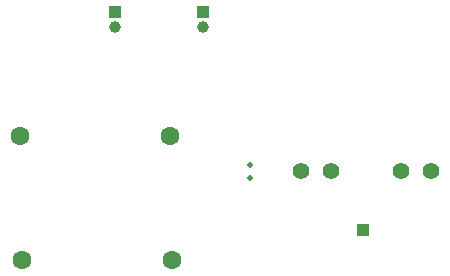
<source format=gbr>
%TF.GenerationSoftware,KiCad,Pcbnew,9.0.6*%
%TF.CreationDate,2025-11-11T17:34:41+05:30*%
%TF.ProjectId,battery_circuit,62617474-6572-4795-9f63-697263756974,rev?*%
%TF.SameCoordinates,Original*%
%TF.FileFunction,Soldermask,Bot*%
%TF.FilePolarity,Negative*%
%FSLAX46Y46*%
G04 Gerber Fmt 4.6, Leading zero omitted, Abs format (unit mm)*
G04 Created by KiCad (PCBNEW 9.0.6) date 2025-11-11 17:34:41*
%MOMM*%
%LPD*%
G01*
G04 APERTURE LIST*
%ADD10C,0.499999*%
%ADD11C,1.400000*%
%ADD12R,1.000000X1.000000*%
%ADD13C,1.600000*%
%ADD14C,1.000000*%
G04 APERTURE END LIST*
D10*
%TO.C,U1*%
X142000000Y-107000000D03*
X142000000Y-108099997D03*
%TD*%
D11*
%TO.C,R5*%
X154780000Y-107500000D03*
X157320000Y-107500000D03*
%TD*%
D12*
%TO.C,J3*%
X151500000Y-112500000D03*
%TD*%
D13*
%TO.C,R7*%
X122500000Y-104500000D03*
X135200000Y-104500000D03*
%TD*%
D12*
%TO.C,J2*%
X130500000Y-94000000D03*
D14*
X130500000Y-95270000D03*
%TD*%
D11*
%TO.C,R4*%
X146280000Y-107500000D03*
X148820000Y-107500000D03*
%TD*%
D12*
%TO.C,J1*%
X138000000Y-94000000D03*
D14*
X138000000Y-95270000D03*
%TD*%
D13*
%TO.C,R8*%
X122650000Y-115000000D03*
X135350000Y-115000000D03*
%TD*%
M02*

</source>
